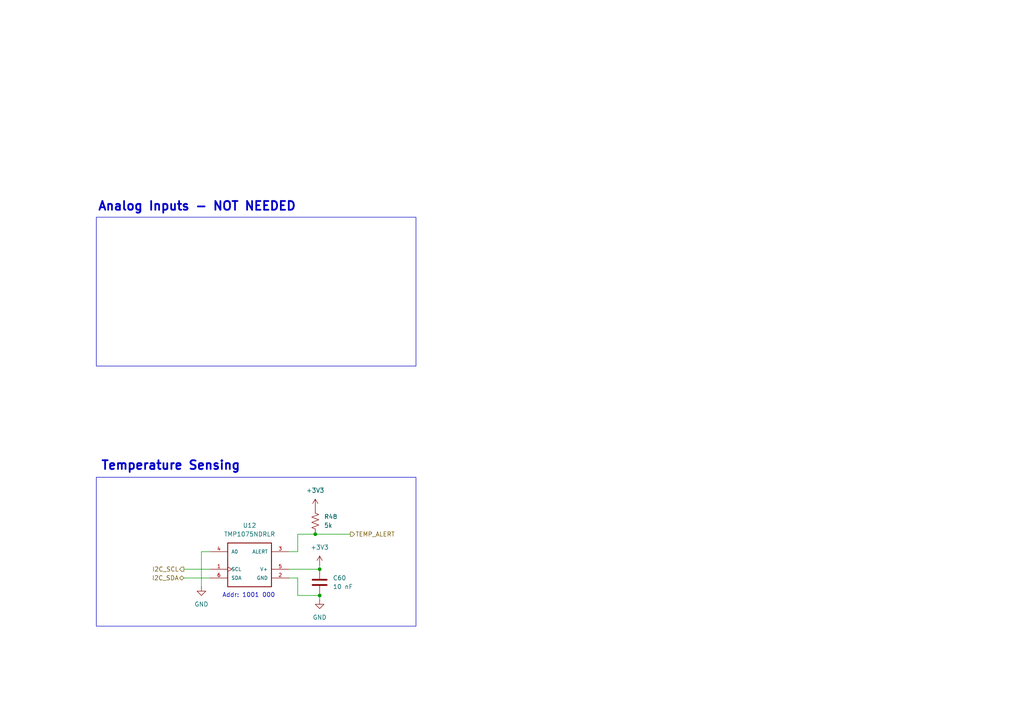
<source format=kicad_sch>
(kicad_sch (version 20231120) (generator "eeschema") (generator_version "8.0")
  (paper "A4")
  (lib_symbols
    (symbol "Device:C" (pin_numbers hide) (pin_names (offset 0.254))
      (property "Reference" "C" (at 0.635 2.54 0))
      (property "Value" "C" (at 0.635 -2.54 0))
      (symbol "C_0_1"
        (polyline (pts (xy -2.032 -0.762) (xy 2.032 -0.762)) (stroke (width 0.508)))
        (polyline (pts (xy -2.032 0.762) (xy 2.032 0.762)) (stroke (width 0.508)))
      )
      (symbol "C_1_1"
        (pin passive line (at 0 3.81 270) (length 2.794) (name "~") (number "1"))
        (pin passive line (at 0 -3.81 90) (length 2.794) (name "~") (number "2"))
      )
    )
    (symbol "Device:R_US" (pin_numbers hide) (pin_names (offset 0))
      (property "Reference" "R" (at 2.54 0 90))
      (property "Value" "R_US" (at -2.54 0 90))
      (symbol "R_US_0_1"
        (polyline (pts (xy 0 -2.286) (xy 0 -2.54)))
        (polyline (pts (xy 0 2.286) (xy 0 2.54)))
        (polyline (pts (xy 0 -0.762) (xy 1.016 -1.143) (xy 0 -1.524) (xy -1.016 -1.905) (xy 0 -2.286)))
        (polyline (pts (xy 0 0.762) (xy 1.016 0.381) (xy 0 0) (xy -1.016 -0.381) (xy 0 -0.762)))
        (polyline (pts (xy 0 2.286) (xy 1.016 1.905) (xy 0 1.524) (xy -1.016 1.143) (xy 0 0.762)))
      )
      (symbol "R_US_1_1"
        (pin passive line (at 0 3.81 270) (length 1.27) (name "~") (number "1"))
        (pin passive line (at 0 -3.81 90) (length 1.27) (name "~") (number "2"))
      )
    )
    (symbol "jka_library:TMP1075NDRLR" (pin_names (offset 1.016))
      (property "Reference" "U" (at -0.762 10.922 0))
      (property "Value" "TMP1075NDRLR" (at -7.62 -3.556 0))
      (symbol "TMP1075NDRLR_0_0"
        (pin input clock (at -11.43 2.54 0) (length 5.08) (name "SCL") (number "1"))
        (pin power_in line (at 11.43 0 180) (length 5.08) (name "GND") (number "2"))
        (pin output line (at 11.43 7.62 180) (length 5.08) (name "ALERT") (number "3"))
        (pin input line (at -11.43 7.62 0) (length 5.08) (name "A0") (number "4"))
        (pin power_in line (at 11.43 2.54 180) (length 5.08) (name "V+") (number "5"))
        (pin bidirectional line (at -11.43 0 0) (length 5.08) (name "SDA") (number "6"))
      )
      (symbol "TMP1075NDRLR_1_0"
        (rectangle (start -6.35 10.16) (end 6.35 -2.54) (stroke (width 0.254)))
      )
    )
    (symbol "power:+3.3V" (power) (pin_numbers hide) (pin_names (offset 0) hide)
      (property "Value" "+3.3V" (at 0 3.556 0))
      (symbol "+3.3V_0_1"
        (polyline (pts (xy -0.762 1.27) (xy 0 2.54)))
        (polyline (pts (xy 0 0) (xy 0 2.54)))
        (polyline (pts (xy 0 2.54) (xy 0.762 1.27)))
      )
      (symbol "+3.3V_1_1"
        (pin power_in line (at 0 0 90) (length 0) (name "~") (number "1"))
      )
    )
    (symbol "power:GND" (power) (pin_numbers hide) (pin_names (offset 0) hide)
      (property "Value" "GND" (at 0 -3.81 0))
      (symbol "GND_0_1"
        (polyline (pts (xy 0 0) (xy 0 -1.27) (xy 1.27 -1.27) (xy 0 -2.54) (xy -1.27 -1.27) (xy 0 -1.27)))
      )
      (symbol "GND_1_1"
        (pin power_in line (at 0 0 270) (length 0) (name "~") (number "1"))
      )
    )
  )
  (junction (at 91.44 154.94))
  (junction (at 92.71 165.1))
  (junction (at 92.71 172.72))
  (wire (pts (xy 86.36 167.64) (xy 86.36 172.72)))
  (wire (pts (xy 83.82 167.64) (xy 86.36 167.64)))
  (wire (pts (xy 92.71 172.72) (xy 86.36 172.72)))
  (wire (pts (xy 86.36 160.02) (xy 86.36 154.94)))
  (wire (pts (xy 91.44 154.94) (xy 101.6 154.94)))
  (wire (pts (xy 86.36 154.94) (xy 91.44 154.94)))
  (wire (pts (xy 92.71 165.1) (xy 83.82 165.1)))
  (wire (pts (xy 53.34 167.64) (xy 60.96 167.64)))
  (wire (pts (xy 92.71 163.83) (xy 92.71 165.1)))
  (wire (pts (xy 53.34 165.1) (xy 60.96 165.1)))
  (wire (pts (xy 83.82 160.02) (xy 86.36 160.02)))
  (wire (pts (xy 58.42 170.18) (xy 58.42 160.02)))
  (wire (pts (xy 58.42 160.02) (xy 60.96 160.02)))
  (wire (pts (xy 92.71 172.72) (xy 92.71 173.99)))
  (rectangle (start 27.94 62.992) (end 120.65 106.172))
  (rectangle (start 27.94 138.43) (end 120.65 181.61))
  (text "Analog Inputs - NOT NEEDED" (at 57.15 59.944 0) (effects (font (size 2.54 2.54) (thickness 0.508) (bold yes))))
  (text "Addr: 1001 000" (at 72.136 172.72 0) (effects (font (size 1.27 1.27))))
  (text "Temperature Sensing" (at 49.53 135.128 0) (effects (font (size 2.54 2.54) (thickness 0.508) (bold yes))))
  (hierarchical_label "TEMP_ALERT" (shape output) (at 101.6 154.94 0))
  (hierarchical_label "I2C_SDA" (shape bidirectional) (at 53.34 167.64 180))
  (hierarchical_label "I2C_SCL" (shape output) (at 53.34 165.1 180))
  (symbol (lib_id "Device:R_US") (at 91.44 151.13 180) (unit 1)
    (property "Reference" "R48" (at 93.98 149.8599 0) (effects (justify right)))
    (property "Value" "5k" (at 93.98 152.3999 0) (effects (justify right)))
    (property "Footprint" "Resistor_SMD:R_0603_1608Metric" (effects (hide yes)))
    (property "Description" "Resistor, US symbol" (effects (hide yes)))
  )
  (symbol (lib_id "jka_library:TMP1075NDRLR") (at 72.39 167.64 0) (unit 1)
    (property "Reference" "U12" (at 72.39 152.4 0))
    (property "Value" "TMP1075NDRLR" (at 72.39 154.94 0))
    (property "Footprint" "jka_library:SOT50P160X60-6N" (effects (hide yes)))
    (property "Datasheet" "https://www.ti.com/lit/ds/symlink/tmp1075.pdf" (effects (hide yes)))
    (property "Description" "A I2C/SMBus enabled bus with 12 bit resolution with a 1.62 to 5.5V rail" (effects (hide yes)))
    (property "PARTREV" "E" (effects (hide yes)))
    (property "STANDARD" "IPC 7351B" (effects (hide yes)))
    (property "MAXIMUM_PACKAGE_HEIGHT" "0.6 mm" (effects (hide yes)))
    (property "MANUFACTURER" "Texas Instruments" (effects (hide yes)))
  )
  (symbol (lib_id "Device:C") (at 92.71 168.91 0) (unit 1)
    (property "Reference" "C60" (at 96.52 167.6399 0) (effects (justify left)))
    (property "Value" "10 nF" (at 96.52 170.1799 0) (effects (justify left)))
    (property "Footprint" "Capacitor_SMD:C_0603_1608Metric" (effects (hide yes)))
    (property "Description" "Unpolarized capacitor" (effects (hide yes)))
  )
  (symbol (lib_id "power:GND") (at 58.42 170.18 0) (unit 1)
    (property "Reference" "#PWR0100" (effects (hide yes)))
    (property "Value" "GND" (at 58.42 175.26 0))
    (property "Description" "Power symbol creates a global label with name \"GND\" , ground" (effects (hide yes)))
  )
  (symbol (lib_id "power:GND") (at 92.71 173.99 0) (unit 1)
    (property "Reference" "#PWR0103" (effects (hide yes)))
    (property "Value" "GND" (at 92.71 179.07 0))
    (property "Description" "Power symbol creates a global label with name \"GND\" , ground" (effects (hide yes)))
  )
  (symbol (lib_id "power:+3.3V") (at 91.44 147.32 0) (unit 1)
    (property "Reference" "#PWR0101" (effects (hide yes)))
    (property "Value" "+3V3" (at 91.44 142.24 0))
    (property "Description" "Power symbol creates a global label with name \"+3.3V\"" (effects (hide yes)))
  )
  (symbol (lib_id "power:+3.3V") (at 92.71 163.83 0) (unit 1)
    (property "Reference" "#PWR0102" (effects (hide yes)))
    (property "Value" "+3V3" (at 92.71 158.75 0))
    (property "Description" "Power symbol creates a global label with name \"+3.3V\"" (effects (hide yes)))
  )
)
</source>
